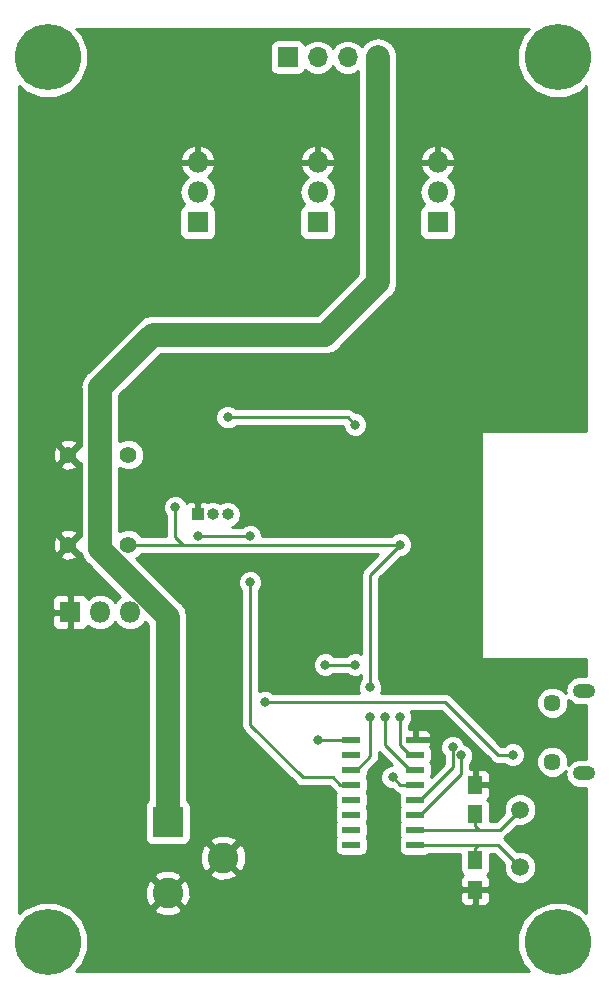
<source format=gbr>
G04 #@! TF.GenerationSoftware,KiCad,Pcbnew,(5.0.0-rc2-101-g68f6e3ad4)*
G04 #@! TF.CreationDate,2018-07-19T03:23:03+02:00*
G04 #@! TF.ProjectId,leddings,6C656464696E67732E6B696361645F70,rev?*
G04 #@! TF.SameCoordinates,Original*
G04 #@! TF.FileFunction,Copper,L2,Bot,Signal*
G04 #@! TF.FilePolarity,Positive*
%FSLAX46Y46*%
G04 Gerber Fmt 4.6, Leading zero omitted, Abs format (unit mm)*
G04 Created by KiCad (PCBNEW (5.0.0-rc2-101-g68f6e3ad4)) date Thu Jul 19 03:23:03 2018*
%MOMM*%
%LPD*%
G01*
G04 APERTURE LIST*
G04 #@! TA.AperFunction,SMDPad,CuDef*
%ADD10R,1.250000X1.500000*%
G04 #@! TD*
G04 #@! TA.AperFunction,ComponentPad*
%ADD11O,1.700000X1.700000*%
G04 #@! TD*
G04 #@! TA.AperFunction,ComponentPad*
%ADD12R,1.700000X1.700000*%
G04 #@! TD*
G04 #@! TA.AperFunction,ComponentPad*
%ADD13O,1.900000X1.200000*%
G04 #@! TD*
G04 #@! TA.AperFunction,ComponentPad*
%ADD14C,1.450000*%
G04 #@! TD*
G04 #@! TA.AperFunction,ComponentPad*
%ADD15C,5.600000*%
G04 #@! TD*
G04 #@! TA.AperFunction,ComponentPad*
%ADD16R,1.800000X1.800000*%
G04 #@! TD*
G04 #@! TA.AperFunction,ComponentPad*
%ADD17O,1.800000X1.800000*%
G04 #@! TD*
G04 #@! TA.AperFunction,ComponentPad*
%ADD18C,1.397000*%
G04 #@! TD*
G04 #@! TA.AperFunction,ComponentPad*
%ADD19O,1.000000X1.000000*%
G04 #@! TD*
G04 #@! TA.AperFunction,ComponentPad*
%ADD20R,1.000000X1.000000*%
G04 #@! TD*
G04 #@! TA.AperFunction,SMDPad,CuDef*
%ADD21R,1.500000X0.600000*%
G04 #@! TD*
G04 #@! TA.AperFunction,ComponentPad*
%ADD22C,1.500000*%
G04 #@! TD*
G04 #@! TA.AperFunction,ComponentPad*
%ADD23C,2.600000*%
G04 #@! TD*
G04 #@! TA.AperFunction,ComponentPad*
%ADD24R,2.600000X2.600000*%
G04 #@! TD*
G04 #@! TA.AperFunction,ViaPad*
%ADD25C,0.800000*%
G04 #@! TD*
G04 #@! TA.AperFunction,Conductor*
%ADD26C,2.000000*%
G04 #@! TD*
G04 #@! TA.AperFunction,Conductor*
%ADD27C,0.250000*%
G04 #@! TD*
G04 #@! TA.AperFunction,Conductor*
%ADD28C,0.254000*%
G04 #@! TD*
G04 APERTURE END LIST*
D10*
G04 #@! TO.P,C3,1*
G04 #@! TO.N,Net-(C3-Pad1)*
X168275000Y-93325000D03*
G04 #@! TO.P,C3,2*
G04 #@! TO.N,GND*
X168275000Y-90825000D03*
G04 #@! TD*
G04 #@! TO.P,C4,2*
G04 #@! TO.N,GND*
X168275000Y-99695000D03*
G04 #@! TO.P,C4,1*
G04 #@! TO.N,Net-(C4-Pad1)*
X168275000Y-97195000D03*
G04 #@! TD*
D11*
G04 #@! TO.P,J4,4*
G04 #@! TO.N,+12V*
X160020000Y-29210000D03*
G04 #@! TO.P,J4,3*
G04 #@! TO.N,/LED Driver/RedChannel*
X157480000Y-29210000D03*
G04 #@! TO.P,J4,2*
G04 #@! TO.N,/LED Driver/BlueChannel*
X154940000Y-29210000D03*
D12*
G04 #@! TO.P,J4,1*
G04 #@! TO.N,/LED Driver/GreenChannel*
X152400000Y-29210000D03*
G04 #@! TD*
D13*
G04 #@! TO.P,J5,6*
G04 #@! TO.N,N/C*
X177515000Y-82860000D03*
X177515000Y-89860000D03*
D14*
X174815000Y-83860000D03*
X174815000Y-88860000D03*
G04 #@! TD*
D15*
G04 #@! TO.P,MK1,1*
G04 #@! TO.N,N/C*
X175260000Y-29210000D03*
G04 #@! TD*
G04 #@! TO.P,MK2,1*
G04 #@! TO.N,N/C*
X132080000Y-104140000D03*
G04 #@! TD*
G04 #@! TO.P,MK3,1*
G04 #@! TO.N,N/C*
X132080000Y-29210000D03*
G04 #@! TD*
G04 #@! TO.P,MK4,1*
G04 #@! TO.N,N/C*
X175260000Y-104140000D03*
G04 #@! TD*
D16*
G04 #@! TO.P,Q1,1*
G04 #@! TO.N,Net-(Q1-Pad1)*
X165100000Y-43180000D03*
D17*
G04 #@! TO.P,Q1,2*
G04 #@! TO.N,/LED Driver/RedChannel*
X165100000Y-40640000D03*
G04 #@! TO.P,Q1,3*
G04 #@! TO.N,GND*
X165100000Y-38100000D03*
G04 #@! TD*
D16*
G04 #@! TO.P,Q2,1*
G04 #@! TO.N,Net-(Q2-Pad1)*
X154940000Y-43180000D03*
D17*
G04 #@! TO.P,Q2,2*
G04 #@! TO.N,/LED Driver/BlueChannel*
X154940000Y-40640000D03*
G04 #@! TO.P,Q2,3*
G04 #@! TO.N,GND*
X154940000Y-38100000D03*
G04 #@! TD*
G04 #@! TO.P,Q3,3*
G04 #@! TO.N,GND*
X144780000Y-38100000D03*
G04 #@! TO.P,Q3,2*
G04 #@! TO.N,/LED Driver/GreenChannel*
X144780000Y-40640000D03*
D16*
G04 #@! TO.P,Q3,1*
G04 #@! TO.N,Net-(Q3-Pad1)*
X144780000Y-43180000D03*
G04 #@! TD*
D18*
G04 #@! TO.P,SW1,2*
G04 #@! TO.N,/Controller/RESET*
X138927500Y-70485000D03*
G04 #@! TO.P,SW1,1*
G04 #@! TO.N,GND*
X133847500Y-70485000D03*
G04 #@! TO.P,SW1,2*
G04 #@! TO.N,/Controller/RESET*
X138927500Y-62865000D03*
G04 #@! TO.P,SW1,1*
G04 #@! TO.N,GND*
X133847500Y-62865000D03*
G04 #@! TD*
D19*
G04 #@! TO.P,SW2,3*
G04 #@! TO.N,VCC*
X147320000Y-67920238D03*
G04 #@! TO.P,SW2,2*
G04 #@! TO.N,/Controller/BOOT_SELECT*
X146050000Y-67920238D03*
D20*
G04 #@! TO.P,SW2,1*
G04 #@! TO.N,GND*
X144780000Y-67920238D03*
G04 #@! TD*
D17*
G04 #@! TO.P,U1,3*
G04 #@! TO.N,+12V*
X139065000Y-76200000D03*
G04 #@! TO.P,U1,2*
G04 #@! TO.N,VCC*
X136525000Y-76200000D03*
D16*
G04 #@! TO.P,U1,1*
G04 #@! TO.N,GND*
X133985000Y-76200000D03*
G04 #@! TD*
D21*
G04 #@! TO.P,U2,16*
G04 #@! TO.N,VCC*
X157795000Y-86995000D03*
G04 #@! TO.P,U2,15*
G04 #@! TO.N,Net-(U2-Pad15)*
X157795000Y-88265000D03*
G04 #@! TO.P,U2,14*
G04 #@! TO.N,/Controller/RESET*
X157795000Y-89535000D03*
G04 #@! TO.P,U2,13*
G04 #@! TO.N,/Controller/BOOT_SELECT*
X157795000Y-90805000D03*
G04 #@! TO.P,U2,12*
G04 #@! TO.N,Net-(U2-Pad12)*
X157795000Y-92075000D03*
G04 #@! TO.P,U2,11*
G04 #@! TO.N,Net-(U2-Pad11)*
X157795000Y-93345000D03*
G04 #@! TO.P,U2,10*
G04 #@! TO.N,Net-(U2-Pad10)*
X157795000Y-94615000D03*
G04 #@! TO.P,U2,9*
G04 #@! TO.N,Net-(U2-Pad9)*
X157795000Y-95885000D03*
G04 #@! TO.P,U2,8*
G04 #@! TO.N,Net-(C4-Pad1)*
X163195000Y-95885000D03*
G04 #@! TO.P,U2,7*
G04 #@! TO.N,Net-(C3-Pad1)*
X163195000Y-94615000D03*
G04 #@! TO.P,U2,6*
G04 #@! TO.N,Net-(J5-Pad2)*
X163195000Y-93345000D03*
G04 #@! TO.P,U2,5*
G04 #@! TO.N,Net-(J5-Pad3)*
X163195000Y-92075000D03*
G04 #@! TO.P,U2,4*
G04 #@! TO.N,VCC*
X163195000Y-90805000D03*
G04 #@! TO.P,U2,3*
G04 #@! TO.N,/USB UART Interface/RX*
X163195000Y-89535000D03*
G04 #@! TO.P,U2,2*
G04 #@! TO.N,/Controller/RX*
X163195000Y-88265000D03*
G04 #@! TO.P,U2,1*
G04 #@! TO.N,GND*
X163195000Y-86995000D03*
G04 #@! TD*
D22*
G04 #@! TO.P,Y1,2*
G04 #@! TO.N,Net-(C4-Pad1)*
X172085000Y-97790000D03*
G04 #@! TO.P,Y1,1*
G04 #@! TO.N,Net-(C3-Pad1)*
X172085000Y-92910000D03*
G04 #@! TD*
D23*
G04 #@! TO.P,J6,3*
G04 #@! TO.N,GND*
X146940000Y-96980000D03*
G04 #@! TO.P,J6,2*
X142240000Y-99980000D03*
D24*
G04 #@! TO.P,J6,1*
G04 #@! TO.N,+12V*
X142240000Y-93980000D03*
G04 #@! TD*
D25*
G04 #@! TO.N,GND*
X168910000Y-88900000D03*
G04 #@! TO.N,VCC*
X144780000Y-69760000D03*
X149225000Y-69760000D03*
X154940000Y-86995000D03*
X161290000Y-90170000D03*
G04 #@! TO.N,VBUS*
X171450000Y-88265000D03*
X150495000Y-83820000D03*
G04 #@! TO.N,/Controller/GREEN*
X158115000Y-60325000D03*
X147320000Y-59690000D03*
G04 #@! TO.N,Net-(J5-Pad3)*
X166370000Y-87630000D03*
G04 #@! TO.N,Net-(J5-Pad2)*
X167095000Y-88337108D03*
G04 #@! TO.N,/Controller/RESET*
X161925000Y-70485000D03*
X142875000Y-67310000D03*
X159385000Y-85090000D03*
X159385000Y-82550000D03*
G04 #@! TO.N,/Controller/BOOT_SELECT*
X149225000Y-73660000D03*
G04 #@! TO.N,/USB UART Interface/RX*
X160655000Y-85090000D03*
G04 #@! TO.N,/Controller/RX*
X161925000Y-85090000D03*
X158115000Y-80645000D03*
X155575000Y-80645000D03*
G04 #@! TD*
D26*
G04 #@! TO.N,+12V*
X142240000Y-76607282D02*
X136525000Y-70892282D01*
X142240000Y-88265000D02*
X142240000Y-76607282D01*
X136525000Y-70892282D02*
X136525000Y-57150000D01*
X140970000Y-52705000D02*
X155575000Y-52705000D01*
X160020000Y-48260000D02*
X160020000Y-29210000D01*
X136525000Y-57150000D02*
X140970000Y-52705000D01*
X155575000Y-52705000D02*
X160020000Y-48260000D01*
X142240000Y-88265000D02*
X142240000Y-93980000D01*
D27*
G04 #@! TO.N,GND*
X168275000Y-90825000D02*
X168275000Y-89535000D01*
X168275000Y-89535000D02*
X168910000Y-88900000D01*
G04 #@! TO.N,VCC*
X144780000Y-69760000D02*
X149225000Y-69760000D01*
X154940000Y-86995000D02*
X157795000Y-86995000D01*
X161290000Y-90170000D02*
X161925000Y-90805000D01*
X161925000Y-90805000D02*
X163195000Y-90805000D01*
G04 #@! TO.N,Net-(C3-Pad1)*
X170380000Y-94615000D02*
X172085000Y-92910000D01*
X163195000Y-94615000D02*
X168910000Y-94615000D01*
X168565000Y-94615000D02*
X168910000Y-94615000D01*
X168275000Y-94325000D02*
X168565000Y-94615000D01*
X168275000Y-93325000D02*
X168275000Y-94325000D01*
X168910000Y-94615000D02*
X170380000Y-94615000D01*
G04 #@! TO.N,Net-(C4-Pad1)*
X170180000Y-95885000D02*
X172085000Y-97790000D01*
X163195000Y-95885000D02*
X170180000Y-95885000D01*
X171490000Y-97195000D02*
X172085000Y-97790000D01*
X168275000Y-96195000D02*
X168585000Y-95885000D01*
X168275000Y-97195000D02*
X168275000Y-96195000D01*
X168585000Y-95885000D02*
X168910000Y-95885000D01*
G04 #@! TO.N,VBUS*
X171450000Y-88265000D02*
X170180000Y-88265000D01*
X170180000Y-88265000D02*
X167005000Y-85090000D01*
X167005000Y-85090000D02*
X165735000Y-83820000D01*
X165735000Y-83820000D02*
X150495000Y-83820000D01*
G04 #@! TO.N,/Controller/GREEN*
X158115000Y-60325000D02*
X157480000Y-59690000D01*
X157480000Y-59690000D02*
X147320000Y-59690000D01*
G04 #@! TO.N,Net-(J5-Pad3)*
X166370000Y-89265002D02*
X166370000Y-87630000D01*
X166370000Y-89350000D02*
X166370000Y-89265002D01*
X163195000Y-92075000D02*
X163645000Y-92075000D01*
X163645000Y-92075000D02*
X166370000Y-89350000D01*
G04 #@! TO.N,Net-(J5-Pad2)*
X167095000Y-89895000D02*
X167095000Y-88337108D01*
X163195000Y-93345000D02*
X163645000Y-93345000D01*
X163645000Y-93345000D02*
X167095000Y-89895000D01*
G04 #@! TO.N,/Controller/RESET*
X142875000Y-69850000D02*
X143510000Y-70485000D01*
X161925000Y-70485000D02*
X143510000Y-70485000D01*
X142875000Y-67310000D02*
X142875000Y-69850000D01*
X143510000Y-70485000D02*
X138927500Y-70485000D01*
X159385000Y-88310002D02*
X159385000Y-85090000D01*
X159385000Y-88395000D02*
X159385000Y-88310002D01*
X157795000Y-89535000D02*
X158245000Y-89535000D01*
X158245000Y-89535000D02*
X159385000Y-88395000D01*
X159385000Y-73025000D02*
X161925000Y-70485000D01*
X159385000Y-82550000D02*
X159385000Y-73025000D01*
G04 #@! TO.N,/Controller/BOOT_SELECT*
X157795000Y-90805000D02*
X157345000Y-90805000D01*
X157345000Y-90805000D02*
X156845000Y-90805000D01*
X156845000Y-90805000D02*
X156210000Y-90170000D01*
X153670000Y-90170000D02*
X149225000Y-85725000D01*
X156210000Y-90170000D02*
X153670000Y-90170000D01*
X149225000Y-85725000D02*
X149225000Y-73660000D01*
G04 #@! TO.N,/USB UART Interface/RX*
X160655000Y-87360002D02*
X160655000Y-85090000D01*
X160655000Y-87445000D02*
X160655000Y-87360002D01*
X163195000Y-89535000D02*
X162745000Y-89535000D01*
X162745000Y-89535000D02*
X160655000Y-87445000D01*
G04 #@! TO.N,/Controller/RX*
X162745000Y-88265000D02*
X161925000Y-87445000D01*
X163195000Y-88265000D02*
X162745000Y-88265000D01*
X161925000Y-87445000D02*
X161925000Y-85090000D01*
X158115000Y-80645000D02*
X155575000Y-80645000D01*
G04 #@! TD*
D28*
G04 #@! TO.N,GND*
G36*
X172347947Y-27264229D02*
X171825000Y-28526736D01*
X171825000Y-29893264D01*
X172347947Y-31155771D01*
X173314229Y-32122053D01*
X174576736Y-32645000D01*
X175943264Y-32645000D01*
X177205771Y-32122053D01*
X177673000Y-31654824D01*
X177673000Y-60833000D01*
X168910000Y-60833000D01*
X168861399Y-60842667D01*
X168820197Y-60870197D01*
X168792667Y-60911399D01*
X168783000Y-60960000D01*
X168783000Y-80010000D01*
X168792667Y-80058601D01*
X168820197Y-80099803D01*
X168861399Y-80127333D01*
X168910000Y-80137000D01*
X177673000Y-80137000D01*
X177673000Y-81625000D01*
X177043364Y-81625000D01*
X176683127Y-81696656D01*
X176274615Y-81969615D01*
X176001656Y-82378127D01*
X175905805Y-82860000D01*
X175947390Y-83069060D01*
X175585378Y-82707048D01*
X175085521Y-82500000D01*
X174544479Y-82500000D01*
X174044622Y-82707048D01*
X173662048Y-83089622D01*
X173455000Y-83589479D01*
X173455000Y-84130521D01*
X173662048Y-84630378D01*
X174044622Y-85012952D01*
X174544479Y-85220000D01*
X175085521Y-85220000D01*
X175585378Y-85012952D01*
X175967952Y-84630378D01*
X176175000Y-84130521D01*
X176175000Y-83601301D01*
X176274615Y-83750385D01*
X176683127Y-84023344D01*
X177043364Y-84095000D01*
X177673000Y-84095000D01*
X177673000Y-88625000D01*
X177043364Y-88625000D01*
X176683127Y-88696656D01*
X176274615Y-88969615D01*
X176175000Y-89118699D01*
X176175000Y-88589479D01*
X175967952Y-88089622D01*
X175585378Y-87707048D01*
X175085521Y-87500000D01*
X174544479Y-87500000D01*
X174044622Y-87707048D01*
X173662048Y-88089622D01*
X173455000Y-88589479D01*
X173455000Y-89130521D01*
X173662048Y-89630378D01*
X174044622Y-90012952D01*
X174544479Y-90220000D01*
X175085521Y-90220000D01*
X175585378Y-90012952D01*
X175947390Y-89650940D01*
X175905805Y-89860000D01*
X176001656Y-90341873D01*
X176274615Y-90750385D01*
X176683127Y-91023344D01*
X177043364Y-91095000D01*
X177673000Y-91095000D01*
X177673000Y-101695176D01*
X177205771Y-101227947D01*
X175943264Y-100705000D01*
X174576736Y-100705000D01*
X173314229Y-101227947D01*
X172347947Y-102194229D01*
X171825000Y-103456736D01*
X171825000Y-104823264D01*
X172347947Y-106085771D01*
X172815176Y-106553000D01*
X134524824Y-106553000D01*
X134992053Y-106085771D01*
X135515000Y-104823264D01*
X135515000Y-103456736D01*
X134992053Y-102194229D01*
X134147283Y-101349459D01*
X141050146Y-101349459D01*
X141185504Y-101647455D01*
X141903880Y-101924066D01*
X142673427Y-101904710D01*
X143294496Y-101647455D01*
X143429854Y-101349459D01*
X142240000Y-100159605D01*
X141050146Y-101349459D01*
X134147283Y-101349459D01*
X134025771Y-101227947D01*
X132763264Y-100705000D01*
X131396736Y-100705000D01*
X130134229Y-101227947D01*
X129667000Y-101695176D01*
X129667000Y-99643880D01*
X140295934Y-99643880D01*
X140315290Y-100413427D01*
X140572545Y-101034496D01*
X140870541Y-101169854D01*
X142060395Y-99980000D01*
X142419605Y-99980000D01*
X143609459Y-101169854D01*
X143907455Y-101034496D01*
X144184066Y-100316120D01*
X144175631Y-99980750D01*
X167015000Y-99980750D01*
X167015000Y-100571309D01*
X167111673Y-100804698D01*
X167290301Y-100983327D01*
X167523690Y-101080000D01*
X167989250Y-101080000D01*
X168148000Y-100921250D01*
X168148000Y-99822000D01*
X168402000Y-99822000D01*
X168402000Y-100921250D01*
X168560750Y-101080000D01*
X169026310Y-101080000D01*
X169259699Y-100983327D01*
X169438327Y-100804698D01*
X169535000Y-100571309D01*
X169535000Y-99980750D01*
X169376250Y-99822000D01*
X168402000Y-99822000D01*
X168148000Y-99822000D01*
X167173750Y-99822000D01*
X167015000Y-99980750D01*
X144175631Y-99980750D01*
X144164710Y-99546573D01*
X143907455Y-98925504D01*
X143609459Y-98790146D01*
X142419605Y-99980000D01*
X142060395Y-99980000D01*
X140870541Y-98790146D01*
X140572545Y-98925504D01*
X140295934Y-99643880D01*
X129667000Y-99643880D01*
X129667000Y-98610541D01*
X141050146Y-98610541D01*
X142240000Y-99800395D01*
X143429854Y-98610541D01*
X143311264Y-98349459D01*
X145750146Y-98349459D01*
X145885504Y-98647455D01*
X146603880Y-98924066D01*
X147373427Y-98904710D01*
X147994496Y-98647455D01*
X148129854Y-98349459D01*
X146940000Y-97159605D01*
X145750146Y-98349459D01*
X143311264Y-98349459D01*
X143294496Y-98312545D01*
X142576120Y-98035934D01*
X141806573Y-98055290D01*
X141185504Y-98312545D01*
X141050146Y-98610541D01*
X129667000Y-98610541D01*
X129667000Y-96643880D01*
X144995934Y-96643880D01*
X145015290Y-97413427D01*
X145272545Y-98034496D01*
X145570541Y-98169854D01*
X146760395Y-96980000D01*
X147119605Y-96980000D01*
X148309459Y-98169854D01*
X148607455Y-98034496D01*
X148884066Y-97316120D01*
X148864710Y-96546573D01*
X148607455Y-95925504D01*
X148309459Y-95790146D01*
X147119605Y-96980000D01*
X146760395Y-96980000D01*
X145570541Y-95790146D01*
X145272545Y-95925504D01*
X144995934Y-96643880D01*
X129667000Y-96643880D01*
X129667000Y-76485750D01*
X132450000Y-76485750D01*
X132450000Y-77226310D01*
X132546673Y-77459699D01*
X132725302Y-77638327D01*
X132958691Y-77735000D01*
X133699250Y-77735000D01*
X133858000Y-77576250D01*
X133858000Y-76327000D01*
X132608750Y-76327000D01*
X132450000Y-76485750D01*
X129667000Y-76485750D01*
X129667000Y-75173690D01*
X132450000Y-75173690D01*
X132450000Y-75914250D01*
X132608750Y-76073000D01*
X133858000Y-76073000D01*
X133858000Y-74823750D01*
X133699250Y-74665000D01*
X132958691Y-74665000D01*
X132725302Y-74761673D01*
X132546673Y-74940301D01*
X132450000Y-75173690D01*
X129667000Y-75173690D01*
X129667000Y-71419188D01*
X133092917Y-71419188D01*
X133154571Y-71654800D01*
X133654980Y-71830927D01*
X134184699Y-71802148D01*
X134540429Y-71654800D01*
X134602083Y-71419188D01*
X133847500Y-70664605D01*
X133092917Y-71419188D01*
X129667000Y-71419188D01*
X129667000Y-70292480D01*
X132501573Y-70292480D01*
X132530352Y-70822199D01*
X132677700Y-71177929D01*
X132913312Y-71239583D01*
X133667895Y-70485000D01*
X132913312Y-69730417D01*
X132677700Y-69792071D01*
X132501573Y-70292480D01*
X129667000Y-70292480D01*
X129667000Y-69550812D01*
X133092917Y-69550812D01*
X133847500Y-70305395D01*
X134602083Y-69550812D01*
X134540429Y-69315200D01*
X134040020Y-69139073D01*
X133510301Y-69167852D01*
X133154571Y-69315200D01*
X133092917Y-69550812D01*
X129667000Y-69550812D01*
X129667000Y-63799188D01*
X133092917Y-63799188D01*
X133154571Y-64034800D01*
X133654980Y-64210927D01*
X134184699Y-64182148D01*
X134540429Y-64034800D01*
X134602083Y-63799188D01*
X133847500Y-63044605D01*
X133092917Y-63799188D01*
X129667000Y-63799188D01*
X129667000Y-62672480D01*
X132501573Y-62672480D01*
X132530352Y-63202199D01*
X132677700Y-63557929D01*
X132913312Y-63619583D01*
X133667895Y-62865000D01*
X134027105Y-62865000D01*
X134781688Y-63619583D01*
X134890001Y-63591240D01*
X134890000Y-69758760D01*
X134781688Y-69730417D01*
X134027105Y-70485000D01*
X134781688Y-71239583D01*
X134919860Y-71203427D01*
X134984864Y-71530226D01*
X135346231Y-72071051D01*
X135482750Y-72162270D01*
X138231367Y-74910888D01*
X137958327Y-75093327D01*
X137795000Y-75337763D01*
X137631673Y-75093327D01*
X137123927Y-74754062D01*
X136676182Y-74665000D01*
X136373818Y-74665000D01*
X135926073Y-74754062D01*
X135471888Y-75057538D01*
X135423327Y-74940301D01*
X135244698Y-74761673D01*
X135011309Y-74665000D01*
X134270750Y-74665000D01*
X134112000Y-74823750D01*
X134112000Y-76073000D01*
X134132000Y-76073000D01*
X134132000Y-76327000D01*
X134112000Y-76327000D01*
X134112000Y-77576250D01*
X134270750Y-77735000D01*
X135011309Y-77735000D01*
X135244698Y-77638327D01*
X135423327Y-77459699D01*
X135471888Y-77342462D01*
X135926073Y-77645938D01*
X136373818Y-77735000D01*
X136676182Y-77735000D01*
X137123927Y-77645938D01*
X137631673Y-77306673D01*
X137795000Y-77062237D01*
X137958327Y-77306673D01*
X138466073Y-77645938D01*
X138913818Y-77735000D01*
X139216182Y-77735000D01*
X139663927Y-77645938D01*
X140171673Y-77306673D01*
X140354112Y-77033634D01*
X140605001Y-77284523D01*
X140605000Y-88103969D01*
X140605000Y-88103970D01*
X140605001Y-92140132D01*
X140482191Y-92222191D01*
X140341843Y-92432235D01*
X140292560Y-92680000D01*
X140292560Y-95280000D01*
X140341843Y-95527765D01*
X140482191Y-95737809D01*
X140692235Y-95878157D01*
X140940000Y-95927440D01*
X143540000Y-95927440D01*
X143787765Y-95878157D01*
X143997809Y-95737809D01*
X144082847Y-95610541D01*
X145750146Y-95610541D01*
X146940000Y-96800395D01*
X148129854Y-95610541D01*
X147994496Y-95312545D01*
X147276120Y-95035934D01*
X146506573Y-95055290D01*
X145885504Y-95312545D01*
X145750146Y-95610541D01*
X144082847Y-95610541D01*
X144138157Y-95527765D01*
X144187440Y-95280000D01*
X144187440Y-92680000D01*
X144138157Y-92432235D01*
X143997809Y-92222191D01*
X143875000Y-92140132D01*
X143875000Y-76768313D01*
X143907031Y-76607282D01*
X143780136Y-75969336D01*
X143509986Y-75565028D01*
X143509984Y-75565026D01*
X143418769Y-75428513D01*
X143282256Y-75337298D01*
X139596301Y-71651344D01*
X139682867Y-71615487D01*
X140053354Y-71245000D01*
X143435152Y-71245000D01*
X143510000Y-71259888D01*
X143584848Y-71245000D01*
X160090198Y-71245000D01*
X158900528Y-72434671D01*
X158837072Y-72477071D01*
X158794672Y-72540527D01*
X158794671Y-72540528D01*
X158669097Y-72728463D01*
X158610112Y-73025000D01*
X158625001Y-73099852D01*
X158625000Y-79735973D01*
X158320874Y-79610000D01*
X157909126Y-79610000D01*
X157528720Y-79767569D01*
X157411289Y-79885000D01*
X156278711Y-79885000D01*
X156161280Y-79767569D01*
X155780874Y-79610000D01*
X155369126Y-79610000D01*
X154988720Y-79767569D01*
X154697569Y-80058720D01*
X154540000Y-80439126D01*
X154540000Y-80850874D01*
X154697569Y-81231280D01*
X154988720Y-81522431D01*
X155369126Y-81680000D01*
X155780874Y-81680000D01*
X156161280Y-81522431D01*
X156278711Y-81405000D01*
X157411289Y-81405000D01*
X157528720Y-81522431D01*
X157909126Y-81680000D01*
X158320874Y-81680000D01*
X158625000Y-81554027D01*
X158625000Y-81846289D01*
X158507569Y-81963720D01*
X158350000Y-82344126D01*
X158350000Y-82755874D01*
X158475973Y-83060000D01*
X151198711Y-83060000D01*
X151081280Y-82942569D01*
X150700874Y-82785000D01*
X150289126Y-82785000D01*
X149985000Y-82910973D01*
X149985000Y-74363711D01*
X150102431Y-74246280D01*
X150260000Y-73865874D01*
X150260000Y-73454126D01*
X150102431Y-73073720D01*
X149811280Y-72782569D01*
X149430874Y-72625000D01*
X149019126Y-72625000D01*
X148638720Y-72782569D01*
X148347569Y-73073720D01*
X148190000Y-73454126D01*
X148190000Y-73865874D01*
X148347569Y-74246280D01*
X148465001Y-74363712D01*
X148465000Y-85650153D01*
X148450112Y-85725000D01*
X148465000Y-85799847D01*
X148465000Y-85799851D01*
X148509096Y-86021536D01*
X148677071Y-86272929D01*
X148740530Y-86315331D01*
X153079670Y-90654472D01*
X153122071Y-90717929D01*
X153373463Y-90885904D01*
X153595148Y-90930000D01*
X153595152Y-90930000D01*
X153669999Y-90944888D01*
X153744846Y-90930000D01*
X155895199Y-90930000D01*
X156254671Y-91289473D01*
X156297071Y-91352929D01*
X156481134Y-91475916D01*
X156446843Y-91527235D01*
X156397560Y-91775000D01*
X156397560Y-92375000D01*
X156446843Y-92622765D01*
X156505132Y-92710000D01*
X156446843Y-92797235D01*
X156397560Y-93045000D01*
X156397560Y-93645000D01*
X156446843Y-93892765D01*
X156505132Y-93980000D01*
X156446843Y-94067235D01*
X156397560Y-94315000D01*
X156397560Y-94915000D01*
X156446843Y-95162765D01*
X156505132Y-95250000D01*
X156446843Y-95337235D01*
X156397560Y-95585000D01*
X156397560Y-96185000D01*
X156446843Y-96432765D01*
X156587191Y-96642809D01*
X156797235Y-96783157D01*
X157045000Y-96832440D01*
X158545000Y-96832440D01*
X158792765Y-96783157D01*
X159002809Y-96642809D01*
X159143157Y-96432765D01*
X159192440Y-96185000D01*
X159192440Y-95585000D01*
X159143157Y-95337235D01*
X159084868Y-95250000D01*
X159143157Y-95162765D01*
X159192440Y-94915000D01*
X159192440Y-94315000D01*
X159143157Y-94067235D01*
X159084868Y-93980000D01*
X159143157Y-93892765D01*
X159192440Y-93645000D01*
X159192440Y-93045000D01*
X159143157Y-92797235D01*
X159084868Y-92710000D01*
X159143157Y-92622765D01*
X159192440Y-92375000D01*
X159192440Y-91775000D01*
X159143157Y-91527235D01*
X159084868Y-91440000D01*
X159143157Y-91352765D01*
X159192440Y-91105000D01*
X159192440Y-90505000D01*
X159143157Y-90257235D01*
X159084868Y-90170000D01*
X159143157Y-90082765D01*
X159192440Y-89835000D01*
X159192440Y-89662362D01*
X159869476Y-88985327D01*
X159932929Y-88942929D01*
X159975327Y-88879476D01*
X159975329Y-88879474D01*
X160083841Y-88717073D01*
X160100904Y-88691537D01*
X160145000Y-88469852D01*
X160145000Y-88469848D01*
X160159888Y-88395001D01*
X160145000Y-88320154D01*
X160145000Y-88018272D01*
X160170530Y-88035331D01*
X161270198Y-89135000D01*
X161084126Y-89135000D01*
X160703720Y-89292569D01*
X160412569Y-89583720D01*
X160255000Y-89964126D01*
X160255000Y-90375874D01*
X160412569Y-90756280D01*
X160703720Y-91047431D01*
X161084126Y-91205000D01*
X161250198Y-91205000D01*
X161334671Y-91289473D01*
X161377071Y-91352929D01*
X161628463Y-91520904D01*
X161839743Y-91562930D01*
X161797560Y-91775000D01*
X161797560Y-92375000D01*
X161846843Y-92622765D01*
X161905132Y-92710000D01*
X161846843Y-92797235D01*
X161797560Y-93045000D01*
X161797560Y-93645000D01*
X161846843Y-93892765D01*
X161905132Y-93980000D01*
X161846843Y-94067235D01*
X161797560Y-94315000D01*
X161797560Y-94915000D01*
X161846843Y-95162765D01*
X161905132Y-95250000D01*
X161846843Y-95337235D01*
X161797560Y-95585000D01*
X161797560Y-96185000D01*
X161846843Y-96432765D01*
X161987191Y-96642809D01*
X162197235Y-96783157D01*
X162445000Y-96832440D01*
X163945000Y-96832440D01*
X164192765Y-96783157D01*
X164399530Y-96645000D01*
X167002560Y-96645000D01*
X167002560Y-97945000D01*
X167051843Y-98192765D01*
X167192191Y-98402809D01*
X167253320Y-98443654D01*
X167111673Y-98585302D01*
X167015000Y-98818691D01*
X167015000Y-99409250D01*
X167173750Y-99568000D01*
X168148000Y-99568000D01*
X168148000Y-99548000D01*
X168402000Y-99548000D01*
X168402000Y-99568000D01*
X169376250Y-99568000D01*
X169535000Y-99409250D01*
X169535000Y-98818691D01*
X169438327Y-98585302D01*
X169296680Y-98443654D01*
X169357809Y-98402809D01*
X169498157Y-98192765D01*
X169547440Y-97945000D01*
X169547440Y-96645000D01*
X169865199Y-96645000D01*
X170710165Y-97489966D01*
X170700000Y-97514506D01*
X170700000Y-98065494D01*
X170910853Y-98574540D01*
X171300460Y-98964147D01*
X171809506Y-99175000D01*
X172360494Y-99175000D01*
X172869540Y-98964147D01*
X173259147Y-98574540D01*
X173470000Y-98065494D01*
X173470000Y-97514506D01*
X173259147Y-97005460D01*
X172869540Y-96615853D01*
X172360494Y-96405000D01*
X171809506Y-96405000D01*
X171784966Y-96415165D01*
X170770331Y-95400530D01*
X170727929Y-95337071D01*
X170697618Y-95316818D01*
X170927929Y-95162929D01*
X170970331Y-95099470D01*
X171784966Y-94284835D01*
X171809506Y-94295000D01*
X172360494Y-94295000D01*
X172869540Y-94084147D01*
X173259147Y-93694540D01*
X173470000Y-93185494D01*
X173470000Y-92634506D01*
X173259147Y-92125460D01*
X172869540Y-91735853D01*
X172360494Y-91525000D01*
X171809506Y-91525000D01*
X171300460Y-91735853D01*
X170910853Y-92125460D01*
X170700000Y-92634506D01*
X170700000Y-93185494D01*
X170710165Y-93210034D01*
X170065199Y-93855000D01*
X169547440Y-93855000D01*
X169547440Y-92575000D01*
X169498157Y-92327235D01*
X169357809Y-92117191D01*
X169296680Y-92076346D01*
X169438327Y-91934698D01*
X169535000Y-91701309D01*
X169535000Y-91110750D01*
X169376250Y-90952000D01*
X168402000Y-90952000D01*
X168402000Y-90972000D01*
X168148000Y-90972000D01*
X168148000Y-90952000D01*
X168128000Y-90952000D01*
X168128000Y-90698000D01*
X168148000Y-90698000D01*
X168148000Y-89598750D01*
X168402000Y-89598750D01*
X168402000Y-90698000D01*
X169376250Y-90698000D01*
X169535000Y-90539250D01*
X169535000Y-89948691D01*
X169438327Y-89715302D01*
X169259699Y-89536673D01*
X169026310Y-89440000D01*
X168560750Y-89440000D01*
X168402000Y-89598750D01*
X168148000Y-89598750D01*
X167989250Y-89440000D01*
X167855000Y-89440000D01*
X167855000Y-89040819D01*
X167972431Y-88923388D01*
X168130000Y-88542982D01*
X168130000Y-88131234D01*
X167972431Y-87750828D01*
X167681280Y-87459677D01*
X167365556Y-87328900D01*
X167247431Y-87043720D01*
X166956280Y-86752569D01*
X166575874Y-86595000D01*
X166164126Y-86595000D01*
X165783720Y-86752569D01*
X165492569Y-87043720D01*
X165335000Y-87424126D01*
X165335000Y-87835874D01*
X165492569Y-88216280D01*
X165610001Y-88333712D01*
X165610000Y-89035198D01*
X164504340Y-90140859D01*
X164543157Y-90082765D01*
X164592440Y-89835000D01*
X164592440Y-89235000D01*
X164543157Y-88987235D01*
X164484868Y-88900000D01*
X164543157Y-88812765D01*
X164592440Y-88565000D01*
X164592440Y-87965000D01*
X164543157Y-87717235D01*
X164490232Y-87638028D01*
X164580000Y-87421310D01*
X164580000Y-87280750D01*
X164421250Y-87122000D01*
X163322000Y-87122000D01*
X163322000Y-87142000D01*
X163068000Y-87142000D01*
X163068000Y-87122000D01*
X163048000Y-87122000D01*
X163048000Y-86868000D01*
X163068000Y-86868000D01*
X163068000Y-86218750D01*
X163322000Y-86218750D01*
X163322000Y-86868000D01*
X164421250Y-86868000D01*
X164580000Y-86709250D01*
X164580000Y-86568690D01*
X164483327Y-86335301D01*
X164304698Y-86156673D01*
X164071309Y-86060000D01*
X163480750Y-86060000D01*
X163322000Y-86218750D01*
X163068000Y-86218750D01*
X162909250Y-86060000D01*
X162685000Y-86060000D01*
X162685000Y-85793711D01*
X162802431Y-85676280D01*
X162960000Y-85295874D01*
X162960000Y-84884126D01*
X162834027Y-84580000D01*
X165420199Y-84580000D01*
X166520527Y-85680329D01*
X166520530Y-85680331D01*
X169589671Y-88749473D01*
X169632071Y-88812929D01*
X169883463Y-88980904D01*
X170105148Y-89025000D01*
X170105152Y-89025000D01*
X170179999Y-89039888D01*
X170254846Y-89025000D01*
X170746289Y-89025000D01*
X170863720Y-89142431D01*
X171244126Y-89300000D01*
X171655874Y-89300000D01*
X172036280Y-89142431D01*
X172327431Y-88851280D01*
X172485000Y-88470874D01*
X172485000Y-88059126D01*
X172327431Y-87678720D01*
X172036280Y-87387569D01*
X171655874Y-87230000D01*
X171244126Y-87230000D01*
X170863720Y-87387569D01*
X170746289Y-87505000D01*
X170494802Y-87505000D01*
X167595331Y-84605530D01*
X167595329Y-84605527D01*
X166325331Y-83335530D01*
X166282929Y-83272071D01*
X166031537Y-83104096D01*
X165809852Y-83060000D01*
X165809847Y-83060000D01*
X165735000Y-83045112D01*
X165660153Y-83060000D01*
X160294027Y-83060000D01*
X160420000Y-82755874D01*
X160420000Y-82344126D01*
X160262431Y-81963720D01*
X160145000Y-81846289D01*
X160145000Y-73339801D01*
X161964803Y-71520000D01*
X162130874Y-71520000D01*
X162511280Y-71362431D01*
X162802431Y-71071280D01*
X162960000Y-70690874D01*
X162960000Y-70279126D01*
X162802431Y-69898720D01*
X162511280Y-69607569D01*
X162130874Y-69450000D01*
X161719126Y-69450000D01*
X161338720Y-69607569D01*
X161221289Y-69725000D01*
X150260000Y-69725000D01*
X150260000Y-69554126D01*
X150102431Y-69173720D01*
X149811280Y-68882569D01*
X149430874Y-68725000D01*
X149019126Y-68725000D01*
X148638720Y-68882569D01*
X148521289Y-69000000D01*
X147709485Y-69000000D01*
X147762855Y-68989384D01*
X148138289Y-68738527D01*
X148389146Y-68363093D01*
X148477235Y-67920238D01*
X148389146Y-67477383D01*
X148138289Y-67101949D01*
X147762855Y-66851092D01*
X147431783Y-66785238D01*
X147208217Y-66785238D01*
X146877145Y-66851092D01*
X146685000Y-66979479D01*
X146492855Y-66851092D01*
X146161783Y-66785238D01*
X145938217Y-66785238D01*
X145607145Y-66851092D01*
X145591130Y-66861793D01*
X145406310Y-66785238D01*
X145065750Y-66785238D01*
X144907000Y-66943988D01*
X144907000Y-67793238D01*
X144918027Y-67793238D01*
X144892765Y-67920238D01*
X144918027Y-68047238D01*
X144907000Y-68047238D01*
X144907000Y-68067238D01*
X144653000Y-68067238D01*
X144653000Y-68047238D01*
X144633000Y-68047238D01*
X144633000Y-67793238D01*
X144653000Y-67793238D01*
X144653000Y-66943988D01*
X144494250Y-66785238D01*
X144153690Y-66785238D01*
X143920301Y-66881911D01*
X143847932Y-66954280D01*
X143752431Y-66723720D01*
X143461280Y-66432569D01*
X143080874Y-66275000D01*
X142669126Y-66275000D01*
X142288720Y-66432569D01*
X141997569Y-66723720D01*
X141840000Y-67104126D01*
X141840000Y-67515874D01*
X141997569Y-67896280D01*
X142115000Y-68013711D01*
X142115001Y-69725000D01*
X140053354Y-69725000D01*
X139682867Y-69354513D01*
X139192750Y-69151500D01*
X138662250Y-69151500D01*
X138172133Y-69354513D01*
X138160000Y-69366646D01*
X138160000Y-63983354D01*
X138172133Y-63995487D01*
X138662250Y-64198500D01*
X139192750Y-64198500D01*
X139682867Y-63995487D01*
X140057987Y-63620367D01*
X140261000Y-63130250D01*
X140261000Y-62599750D01*
X140057987Y-62109633D01*
X139682867Y-61734513D01*
X139192750Y-61531500D01*
X138662250Y-61531500D01*
X138172133Y-61734513D01*
X138160000Y-61746646D01*
X138160000Y-59484126D01*
X146285000Y-59484126D01*
X146285000Y-59895874D01*
X146442569Y-60276280D01*
X146733720Y-60567431D01*
X147114126Y-60725000D01*
X147525874Y-60725000D01*
X147906280Y-60567431D01*
X148023711Y-60450000D01*
X157080000Y-60450000D01*
X157080000Y-60530874D01*
X157237569Y-60911280D01*
X157528720Y-61202431D01*
X157909126Y-61360000D01*
X158320874Y-61360000D01*
X158701280Y-61202431D01*
X158992431Y-60911280D01*
X159150000Y-60530874D01*
X159150000Y-60119126D01*
X158992431Y-59738720D01*
X158701280Y-59447569D01*
X158320874Y-59290000D01*
X158154801Y-59290000D01*
X158070331Y-59205530D01*
X158027929Y-59142071D01*
X157776537Y-58974096D01*
X157554852Y-58930000D01*
X157554847Y-58930000D01*
X157480000Y-58915112D01*
X157405153Y-58930000D01*
X148023711Y-58930000D01*
X147906280Y-58812569D01*
X147525874Y-58655000D01*
X147114126Y-58655000D01*
X146733720Y-58812569D01*
X146442569Y-59103720D01*
X146285000Y-59484126D01*
X138160000Y-59484126D01*
X138160000Y-57827238D01*
X141647239Y-54340000D01*
X155413970Y-54340000D01*
X155575000Y-54372031D01*
X155736030Y-54340000D01*
X155736031Y-54340000D01*
X156212945Y-54245136D01*
X156753769Y-53883769D01*
X156844988Y-53747250D01*
X161062253Y-49529986D01*
X161198769Y-49438769D01*
X161560136Y-48897945D01*
X161655000Y-48421031D01*
X161655000Y-48421027D01*
X161687030Y-48260001D01*
X161655000Y-48098975D01*
X161655000Y-40640000D01*
X163534928Y-40640000D01*
X163654062Y-41238927D01*
X163950696Y-41682871D01*
X163742191Y-41822191D01*
X163601843Y-42032235D01*
X163552560Y-42280000D01*
X163552560Y-44080000D01*
X163601843Y-44327765D01*
X163742191Y-44537809D01*
X163952235Y-44678157D01*
X164200000Y-44727440D01*
X166000000Y-44727440D01*
X166247765Y-44678157D01*
X166457809Y-44537809D01*
X166598157Y-44327765D01*
X166647440Y-44080000D01*
X166647440Y-42280000D01*
X166598157Y-42032235D01*
X166457809Y-41822191D01*
X166249304Y-41682871D01*
X166545938Y-41238927D01*
X166665072Y-40640000D01*
X166545938Y-40041073D01*
X166206673Y-39533327D01*
X165950826Y-39362376D01*
X166337966Y-39007576D01*
X166591046Y-38464742D01*
X166470997Y-38227000D01*
X165227000Y-38227000D01*
X165227000Y-38247000D01*
X164973000Y-38247000D01*
X164973000Y-38227000D01*
X163729003Y-38227000D01*
X163608954Y-38464742D01*
X163862034Y-39007576D01*
X164249174Y-39362376D01*
X163993327Y-39533327D01*
X163654062Y-40041073D01*
X163534928Y-40640000D01*
X161655000Y-40640000D01*
X161655000Y-37735258D01*
X163608954Y-37735258D01*
X163729003Y-37973000D01*
X164973000Y-37973000D01*
X164973000Y-36729622D01*
X165227000Y-36729622D01*
X165227000Y-37973000D01*
X166470997Y-37973000D01*
X166591046Y-37735258D01*
X166337966Y-37192424D01*
X165896417Y-36787760D01*
X165464740Y-36608964D01*
X165227000Y-36729622D01*
X164973000Y-36729622D01*
X164735260Y-36608964D01*
X164303583Y-36787760D01*
X163862034Y-37192424D01*
X163608954Y-37735258D01*
X161655000Y-37735258D01*
X161655000Y-29048969D01*
X161560136Y-28572055D01*
X161198769Y-28031231D01*
X160657945Y-27669864D01*
X160020000Y-27542969D01*
X159382056Y-27669864D01*
X158841232Y-28031231D01*
X158659799Y-28302765D01*
X158550625Y-28139375D01*
X158059418Y-27811161D01*
X157626256Y-27725000D01*
X157333744Y-27725000D01*
X156900582Y-27811161D01*
X156409375Y-28139375D01*
X156210000Y-28437761D01*
X156010625Y-28139375D01*
X155519418Y-27811161D01*
X155086256Y-27725000D01*
X154793744Y-27725000D01*
X154360582Y-27811161D01*
X153869375Y-28139375D01*
X153857184Y-28157619D01*
X153848157Y-28112235D01*
X153707809Y-27902191D01*
X153497765Y-27761843D01*
X153250000Y-27712560D01*
X151550000Y-27712560D01*
X151302235Y-27761843D01*
X151092191Y-27902191D01*
X150951843Y-28112235D01*
X150902560Y-28360000D01*
X150902560Y-30060000D01*
X150951843Y-30307765D01*
X151092191Y-30517809D01*
X151302235Y-30658157D01*
X151550000Y-30707440D01*
X153250000Y-30707440D01*
X153497765Y-30658157D01*
X153707809Y-30517809D01*
X153848157Y-30307765D01*
X153857184Y-30262381D01*
X153869375Y-30280625D01*
X154360582Y-30608839D01*
X154793744Y-30695000D01*
X155086256Y-30695000D01*
X155519418Y-30608839D01*
X156010625Y-30280625D01*
X156210000Y-29982239D01*
X156409375Y-30280625D01*
X156900582Y-30608839D01*
X157333744Y-30695000D01*
X157626256Y-30695000D01*
X158059418Y-30608839D01*
X158385001Y-30391291D01*
X158385000Y-47582761D01*
X154897762Y-51070000D01*
X141131025Y-51070000D01*
X140969999Y-51037970D01*
X140808973Y-51070000D01*
X140808969Y-51070000D01*
X140332055Y-51164864D01*
X139791231Y-51526231D01*
X139700014Y-51662747D01*
X135482748Y-55880014D01*
X135346232Y-55971231D01*
X135255015Y-56107747D01*
X134984865Y-56512055D01*
X134857969Y-57150000D01*
X134890001Y-57311035D01*
X134890001Y-62138760D01*
X134781688Y-62110417D01*
X134027105Y-62865000D01*
X133667895Y-62865000D01*
X132913312Y-62110417D01*
X132677700Y-62172071D01*
X132501573Y-62672480D01*
X129667000Y-62672480D01*
X129667000Y-61930812D01*
X133092917Y-61930812D01*
X133847500Y-62685395D01*
X134602083Y-61930812D01*
X134540429Y-61695200D01*
X134040020Y-61519073D01*
X133510301Y-61547852D01*
X133154571Y-61695200D01*
X133092917Y-61930812D01*
X129667000Y-61930812D01*
X129667000Y-40640000D01*
X143214928Y-40640000D01*
X143334062Y-41238927D01*
X143630696Y-41682871D01*
X143422191Y-41822191D01*
X143281843Y-42032235D01*
X143232560Y-42280000D01*
X143232560Y-44080000D01*
X143281843Y-44327765D01*
X143422191Y-44537809D01*
X143632235Y-44678157D01*
X143880000Y-44727440D01*
X145680000Y-44727440D01*
X145927765Y-44678157D01*
X146137809Y-44537809D01*
X146278157Y-44327765D01*
X146327440Y-44080000D01*
X146327440Y-42280000D01*
X146278157Y-42032235D01*
X146137809Y-41822191D01*
X145929304Y-41682871D01*
X146225938Y-41238927D01*
X146345072Y-40640000D01*
X153374928Y-40640000D01*
X153494062Y-41238927D01*
X153790696Y-41682871D01*
X153582191Y-41822191D01*
X153441843Y-42032235D01*
X153392560Y-42280000D01*
X153392560Y-44080000D01*
X153441843Y-44327765D01*
X153582191Y-44537809D01*
X153792235Y-44678157D01*
X154040000Y-44727440D01*
X155840000Y-44727440D01*
X156087765Y-44678157D01*
X156297809Y-44537809D01*
X156438157Y-44327765D01*
X156487440Y-44080000D01*
X156487440Y-42280000D01*
X156438157Y-42032235D01*
X156297809Y-41822191D01*
X156089304Y-41682871D01*
X156385938Y-41238927D01*
X156505072Y-40640000D01*
X156385938Y-40041073D01*
X156046673Y-39533327D01*
X155790826Y-39362376D01*
X156177966Y-39007576D01*
X156431046Y-38464742D01*
X156310997Y-38227000D01*
X155067000Y-38227000D01*
X155067000Y-38247000D01*
X154813000Y-38247000D01*
X154813000Y-38227000D01*
X153569003Y-38227000D01*
X153448954Y-38464742D01*
X153702034Y-39007576D01*
X154089174Y-39362376D01*
X153833327Y-39533327D01*
X153494062Y-40041073D01*
X153374928Y-40640000D01*
X146345072Y-40640000D01*
X146225938Y-40041073D01*
X145886673Y-39533327D01*
X145630826Y-39362376D01*
X146017966Y-39007576D01*
X146271046Y-38464742D01*
X146150997Y-38227000D01*
X144907000Y-38227000D01*
X144907000Y-38247000D01*
X144653000Y-38247000D01*
X144653000Y-38227000D01*
X143409003Y-38227000D01*
X143288954Y-38464742D01*
X143542034Y-39007576D01*
X143929174Y-39362376D01*
X143673327Y-39533327D01*
X143334062Y-40041073D01*
X143214928Y-40640000D01*
X129667000Y-40640000D01*
X129667000Y-37735258D01*
X143288954Y-37735258D01*
X143409003Y-37973000D01*
X144653000Y-37973000D01*
X144653000Y-36729622D01*
X144907000Y-36729622D01*
X144907000Y-37973000D01*
X146150997Y-37973000D01*
X146271046Y-37735258D01*
X153448954Y-37735258D01*
X153569003Y-37973000D01*
X154813000Y-37973000D01*
X154813000Y-36729622D01*
X155067000Y-36729622D01*
X155067000Y-37973000D01*
X156310997Y-37973000D01*
X156431046Y-37735258D01*
X156177966Y-37192424D01*
X155736417Y-36787760D01*
X155304740Y-36608964D01*
X155067000Y-36729622D01*
X154813000Y-36729622D01*
X154575260Y-36608964D01*
X154143583Y-36787760D01*
X153702034Y-37192424D01*
X153448954Y-37735258D01*
X146271046Y-37735258D01*
X146017966Y-37192424D01*
X145576417Y-36787760D01*
X145144740Y-36608964D01*
X144907000Y-36729622D01*
X144653000Y-36729622D01*
X144415260Y-36608964D01*
X143983583Y-36787760D01*
X143542034Y-37192424D01*
X143288954Y-37735258D01*
X129667000Y-37735258D01*
X129667000Y-31654824D01*
X130134229Y-32122053D01*
X131396736Y-32645000D01*
X132763264Y-32645000D01*
X134025771Y-32122053D01*
X134992053Y-31155771D01*
X135515000Y-29893264D01*
X135515000Y-28526736D01*
X134992053Y-27264229D01*
X134524824Y-26797000D01*
X172815176Y-26797000D01*
X172347947Y-27264229D01*
X172347947Y-27264229D01*
G37*
X172347947Y-27264229D02*
X171825000Y-28526736D01*
X171825000Y-29893264D01*
X172347947Y-31155771D01*
X173314229Y-32122053D01*
X174576736Y-32645000D01*
X175943264Y-32645000D01*
X177205771Y-32122053D01*
X177673000Y-31654824D01*
X177673000Y-60833000D01*
X168910000Y-60833000D01*
X168861399Y-60842667D01*
X168820197Y-60870197D01*
X168792667Y-60911399D01*
X168783000Y-60960000D01*
X168783000Y-80010000D01*
X168792667Y-80058601D01*
X168820197Y-80099803D01*
X168861399Y-80127333D01*
X168910000Y-80137000D01*
X177673000Y-80137000D01*
X177673000Y-81625000D01*
X177043364Y-81625000D01*
X176683127Y-81696656D01*
X176274615Y-81969615D01*
X176001656Y-82378127D01*
X175905805Y-82860000D01*
X175947390Y-83069060D01*
X175585378Y-82707048D01*
X175085521Y-82500000D01*
X174544479Y-82500000D01*
X174044622Y-82707048D01*
X173662048Y-83089622D01*
X173455000Y-83589479D01*
X173455000Y-84130521D01*
X173662048Y-84630378D01*
X174044622Y-85012952D01*
X174544479Y-85220000D01*
X175085521Y-85220000D01*
X175585378Y-85012952D01*
X175967952Y-84630378D01*
X176175000Y-84130521D01*
X176175000Y-83601301D01*
X176274615Y-83750385D01*
X176683127Y-84023344D01*
X177043364Y-84095000D01*
X177673000Y-84095000D01*
X177673000Y-88625000D01*
X177043364Y-88625000D01*
X176683127Y-88696656D01*
X176274615Y-88969615D01*
X176175000Y-89118699D01*
X176175000Y-88589479D01*
X175967952Y-88089622D01*
X175585378Y-87707048D01*
X175085521Y-87500000D01*
X174544479Y-87500000D01*
X174044622Y-87707048D01*
X173662048Y-88089622D01*
X173455000Y-88589479D01*
X173455000Y-89130521D01*
X173662048Y-89630378D01*
X174044622Y-90012952D01*
X174544479Y-90220000D01*
X175085521Y-90220000D01*
X175585378Y-90012952D01*
X175947390Y-89650940D01*
X175905805Y-89860000D01*
X176001656Y-90341873D01*
X176274615Y-90750385D01*
X176683127Y-91023344D01*
X177043364Y-91095000D01*
X177673000Y-91095000D01*
X177673000Y-101695176D01*
X177205771Y-101227947D01*
X175943264Y-100705000D01*
X174576736Y-100705000D01*
X173314229Y-101227947D01*
X172347947Y-102194229D01*
X171825000Y-103456736D01*
X171825000Y-104823264D01*
X172347947Y-106085771D01*
X172815176Y-106553000D01*
X134524824Y-106553000D01*
X134992053Y-106085771D01*
X135515000Y-104823264D01*
X135515000Y-103456736D01*
X134992053Y-102194229D01*
X134147283Y-101349459D01*
X141050146Y-101349459D01*
X141185504Y-101647455D01*
X141903880Y-101924066D01*
X142673427Y-101904710D01*
X143294496Y-101647455D01*
X143429854Y-101349459D01*
X142240000Y-100159605D01*
X141050146Y-101349459D01*
X134147283Y-101349459D01*
X134025771Y-101227947D01*
X132763264Y-100705000D01*
X131396736Y-100705000D01*
X130134229Y-101227947D01*
X129667000Y-101695176D01*
X129667000Y-99643880D01*
X140295934Y-99643880D01*
X140315290Y-100413427D01*
X140572545Y-101034496D01*
X140870541Y-101169854D01*
X142060395Y-99980000D01*
X142419605Y-99980000D01*
X143609459Y-101169854D01*
X143907455Y-101034496D01*
X144184066Y-100316120D01*
X144175631Y-99980750D01*
X167015000Y-99980750D01*
X167015000Y-100571309D01*
X167111673Y-100804698D01*
X167290301Y-100983327D01*
X167523690Y-101080000D01*
X167989250Y-101080000D01*
X168148000Y-100921250D01*
X168148000Y-99822000D01*
X168402000Y-99822000D01*
X168402000Y-100921250D01*
X168560750Y-101080000D01*
X169026310Y-101080000D01*
X169259699Y-100983327D01*
X169438327Y-100804698D01*
X169535000Y-100571309D01*
X169535000Y-99980750D01*
X169376250Y-99822000D01*
X168402000Y-99822000D01*
X168148000Y-99822000D01*
X167173750Y-99822000D01*
X167015000Y-99980750D01*
X144175631Y-99980750D01*
X144164710Y-99546573D01*
X143907455Y-98925504D01*
X143609459Y-98790146D01*
X142419605Y-99980000D01*
X142060395Y-99980000D01*
X140870541Y-98790146D01*
X140572545Y-98925504D01*
X140295934Y-99643880D01*
X129667000Y-99643880D01*
X129667000Y-98610541D01*
X141050146Y-98610541D01*
X142240000Y-99800395D01*
X143429854Y-98610541D01*
X143311264Y-98349459D01*
X145750146Y-98349459D01*
X145885504Y-98647455D01*
X146603880Y-98924066D01*
X147373427Y-98904710D01*
X147994496Y-98647455D01*
X148129854Y-98349459D01*
X146940000Y-97159605D01*
X145750146Y-98349459D01*
X143311264Y-98349459D01*
X143294496Y-98312545D01*
X142576120Y-98035934D01*
X141806573Y-98055290D01*
X141185504Y-98312545D01*
X141050146Y-98610541D01*
X129667000Y-98610541D01*
X129667000Y-96643880D01*
X144995934Y-96643880D01*
X145015290Y-97413427D01*
X145272545Y-98034496D01*
X145570541Y-98169854D01*
X146760395Y-96980000D01*
X147119605Y-96980000D01*
X148309459Y-98169854D01*
X148607455Y-98034496D01*
X148884066Y-97316120D01*
X148864710Y-96546573D01*
X148607455Y-95925504D01*
X148309459Y-95790146D01*
X147119605Y-96980000D01*
X146760395Y-96980000D01*
X145570541Y-95790146D01*
X145272545Y-95925504D01*
X144995934Y-96643880D01*
X129667000Y-96643880D01*
X129667000Y-76485750D01*
X132450000Y-76485750D01*
X132450000Y-77226310D01*
X132546673Y-77459699D01*
X132725302Y-77638327D01*
X132958691Y-77735000D01*
X133699250Y-77735000D01*
X133858000Y-77576250D01*
X133858000Y-76327000D01*
X132608750Y-76327000D01*
X132450000Y-76485750D01*
X129667000Y-76485750D01*
X129667000Y-75173690D01*
X132450000Y-75173690D01*
X132450000Y-75914250D01*
X132608750Y-76073000D01*
X133858000Y-76073000D01*
X133858000Y-74823750D01*
X133699250Y-74665000D01*
X132958691Y-74665000D01*
X132725302Y-74761673D01*
X132546673Y-74940301D01*
X132450000Y-75173690D01*
X129667000Y-75173690D01*
X129667000Y-71419188D01*
X133092917Y-71419188D01*
X133154571Y-71654800D01*
X133654980Y-71830927D01*
X134184699Y-71802148D01*
X134540429Y-71654800D01*
X134602083Y-71419188D01*
X133847500Y-70664605D01*
X133092917Y-71419188D01*
X129667000Y-71419188D01*
X129667000Y-70292480D01*
X132501573Y-70292480D01*
X132530352Y-70822199D01*
X132677700Y-71177929D01*
X132913312Y-71239583D01*
X133667895Y-70485000D01*
X132913312Y-69730417D01*
X132677700Y-69792071D01*
X132501573Y-70292480D01*
X129667000Y-70292480D01*
X129667000Y-69550812D01*
X133092917Y-69550812D01*
X133847500Y-70305395D01*
X134602083Y-69550812D01*
X134540429Y-69315200D01*
X134040020Y-69139073D01*
X133510301Y-69167852D01*
X133154571Y-69315200D01*
X133092917Y-69550812D01*
X129667000Y-69550812D01*
X129667000Y-63799188D01*
X133092917Y-63799188D01*
X133154571Y-64034800D01*
X133654980Y-64210927D01*
X134184699Y-64182148D01*
X134540429Y-64034800D01*
X134602083Y-63799188D01*
X133847500Y-63044605D01*
X133092917Y-63799188D01*
X129667000Y-63799188D01*
X129667000Y-62672480D01*
X132501573Y-62672480D01*
X132530352Y-63202199D01*
X132677700Y-63557929D01*
X132913312Y-63619583D01*
X133667895Y-62865000D01*
X134027105Y-62865000D01*
X134781688Y-63619583D01*
X134890001Y-63591240D01*
X134890000Y-69758760D01*
X134781688Y-69730417D01*
X134027105Y-70485000D01*
X134781688Y-71239583D01*
X134919860Y-71203427D01*
X134984864Y-71530226D01*
X135346231Y-72071051D01*
X135482750Y-72162270D01*
X138231367Y-74910888D01*
X137958327Y-75093327D01*
X137795000Y-75337763D01*
X137631673Y-75093327D01*
X137123927Y-74754062D01*
X136676182Y-74665000D01*
X136373818Y-74665000D01*
X135926073Y-74754062D01*
X135471888Y-75057538D01*
X135423327Y-74940301D01*
X135244698Y-74761673D01*
X135011309Y-74665000D01*
X134270750Y-74665000D01*
X134112000Y-74823750D01*
X134112000Y-76073000D01*
X134132000Y-76073000D01*
X134132000Y-76327000D01*
X134112000Y-76327000D01*
X134112000Y-77576250D01*
X134270750Y-77735000D01*
X135011309Y-77735000D01*
X135244698Y-77638327D01*
X135423327Y-77459699D01*
X135471888Y-77342462D01*
X135926073Y-77645938D01*
X136373818Y-77735000D01*
X136676182Y-77735000D01*
X137123927Y-77645938D01*
X137631673Y-77306673D01*
X137795000Y-77062237D01*
X137958327Y-77306673D01*
X138466073Y-77645938D01*
X138913818Y-77735000D01*
X139216182Y-77735000D01*
X139663927Y-77645938D01*
X140171673Y-77306673D01*
X140354112Y-77033634D01*
X140605001Y-77284523D01*
X140605000Y-88103969D01*
X140605000Y-88103970D01*
X140605001Y-92140132D01*
X140482191Y-92222191D01*
X140341843Y-92432235D01*
X140292560Y-92680000D01*
X140292560Y-95280000D01*
X140341843Y-95527765D01*
X140482191Y-95737809D01*
X140692235Y-95878157D01*
X140940000Y-95927440D01*
X143540000Y-95927440D01*
X143787765Y-95878157D01*
X143997809Y-95737809D01*
X144082847Y-95610541D01*
X145750146Y-95610541D01*
X146940000Y-96800395D01*
X148129854Y-95610541D01*
X147994496Y-95312545D01*
X147276120Y-95035934D01*
X146506573Y-95055290D01*
X145885504Y-95312545D01*
X145750146Y-95610541D01*
X144082847Y-95610541D01*
X144138157Y-95527765D01*
X144187440Y-95280000D01*
X144187440Y-92680000D01*
X144138157Y-92432235D01*
X143997809Y-92222191D01*
X143875000Y-92140132D01*
X143875000Y-76768313D01*
X143907031Y-76607282D01*
X143780136Y-75969336D01*
X143509986Y-75565028D01*
X143509984Y-75565026D01*
X143418769Y-75428513D01*
X143282256Y-75337298D01*
X139596301Y-71651344D01*
X139682867Y-71615487D01*
X140053354Y-71245000D01*
X143435152Y-71245000D01*
X143510000Y-71259888D01*
X143584848Y-71245000D01*
X160090198Y-71245000D01*
X158900528Y-72434671D01*
X158837072Y-72477071D01*
X158794672Y-72540527D01*
X158794671Y-72540528D01*
X158669097Y-72728463D01*
X158610112Y-73025000D01*
X158625001Y-73099852D01*
X158625000Y-79735973D01*
X158320874Y-79610000D01*
X157909126Y-79610000D01*
X157528720Y-79767569D01*
X157411289Y-79885000D01*
X156278711Y-79885000D01*
X156161280Y-79767569D01*
X155780874Y-79610000D01*
X155369126Y-79610000D01*
X154988720Y-79767569D01*
X154697569Y-80058720D01*
X154540000Y-80439126D01*
X154540000Y-80850874D01*
X154697569Y-81231280D01*
X154988720Y-81522431D01*
X155369126Y-81680000D01*
X155780874Y-81680000D01*
X156161280Y-81522431D01*
X156278711Y-81405000D01*
X157411289Y-81405000D01*
X157528720Y-81522431D01*
X157909126Y-81680000D01*
X158320874Y-81680000D01*
X158625000Y-81554027D01*
X158625000Y-81846289D01*
X158507569Y-81963720D01*
X158350000Y-82344126D01*
X158350000Y-82755874D01*
X158475973Y-83060000D01*
X151198711Y-83060000D01*
X151081280Y-82942569D01*
X150700874Y-82785000D01*
X150289126Y-82785000D01*
X149985000Y-82910973D01*
X149985000Y-74363711D01*
X150102431Y-74246280D01*
X150260000Y-73865874D01*
X150260000Y-73454126D01*
X150102431Y-73073720D01*
X149811280Y-72782569D01*
X149430874Y-72625000D01*
X149019126Y-72625000D01*
X148638720Y-72782569D01*
X148347569Y-73073720D01*
X148190000Y-73454126D01*
X148190000Y-73865874D01*
X148347569Y-74246280D01*
X148465001Y-74363712D01*
X148465000Y-85650153D01*
X148450112Y-85725000D01*
X148465000Y-85799847D01*
X148465000Y-85799851D01*
X148509096Y-86021536D01*
X148677071Y-86272929D01*
X148740530Y-86315331D01*
X153079670Y-90654472D01*
X153122071Y-90717929D01*
X153373463Y-90885904D01*
X153595148Y-90930000D01*
X153595152Y-90930000D01*
X153669999Y-90944888D01*
X153744846Y-90930000D01*
X155895199Y-90930000D01*
X156254671Y-91289473D01*
X156297071Y-91352929D01*
X156481134Y-91475916D01*
X156446843Y-91527235D01*
X156397560Y-91775000D01*
X156397560Y-92375000D01*
X156446843Y-92622765D01*
X156505132Y-92710000D01*
X156446843Y-92797235D01*
X156397560Y-93045000D01*
X156397560Y-93645000D01*
X156446843Y-93892765D01*
X156505132Y-93980000D01*
X156446843Y-94067235D01*
X156397560Y-94315000D01*
X156397560Y-94915000D01*
X156446843Y-95162765D01*
X156505132Y-95250000D01*
X156446843Y-95337235D01*
X156397560Y-95585000D01*
X156397560Y-96185000D01*
X156446843Y-96432765D01*
X156587191Y-96642809D01*
X156797235Y-96783157D01*
X157045000Y-96832440D01*
X158545000Y-96832440D01*
X158792765Y-96783157D01*
X159002809Y-96642809D01*
X159143157Y-96432765D01*
X159192440Y-96185000D01*
X159192440Y-95585000D01*
X159143157Y-95337235D01*
X159084868Y-95250000D01*
X159143157Y-95162765D01*
X159192440Y-94915000D01*
X159192440Y-94315000D01*
X159143157Y-94067235D01*
X159084868Y-93980000D01*
X159143157Y-93892765D01*
X159192440Y-93645000D01*
X159192440Y-93045000D01*
X159143157Y-92797235D01*
X159084868Y-92710000D01*
X159143157Y-92622765D01*
X159192440Y-92375000D01*
X159192440Y-91775000D01*
X159143157Y-91527235D01*
X159084868Y-91440000D01*
X159143157Y-91352765D01*
X159192440Y-91105000D01*
X159192440Y-90505000D01*
X159143157Y-90257235D01*
X159084868Y-90170000D01*
X159143157Y-90082765D01*
X159192440Y-89835000D01*
X159192440Y-89662362D01*
X159869476Y-88985327D01*
X159932929Y-88942929D01*
X159975327Y-88879476D01*
X159975329Y-88879474D01*
X160083841Y-88717073D01*
X160100904Y-88691537D01*
X160145000Y-88469852D01*
X160145000Y-88469848D01*
X160159888Y-88395001D01*
X160145000Y-88320154D01*
X160145000Y-88018272D01*
X160170530Y-88035331D01*
X161270198Y-89135000D01*
X161084126Y-89135000D01*
X160703720Y-89292569D01*
X160412569Y-89583720D01*
X160255000Y-89964126D01*
X160255000Y-90375874D01*
X160412569Y-90756280D01*
X160703720Y-91047431D01*
X161084126Y-91205000D01*
X161250198Y-91205000D01*
X161334671Y-91289473D01*
X161377071Y-91352929D01*
X161628463Y-91520904D01*
X161839743Y-91562930D01*
X161797560Y-91775000D01*
X161797560Y-92375000D01*
X161846843Y-92622765D01*
X161905132Y-92710000D01*
X161846843Y-92797235D01*
X161797560Y-93045000D01*
X161797560Y-93645000D01*
X161846843Y-93892765D01*
X161905132Y-93980000D01*
X161846843Y-94067235D01*
X161797560Y-94315000D01*
X161797560Y-94915000D01*
X161846843Y-95162765D01*
X161905132Y-95250000D01*
X161846843Y-95337235D01*
X161797560Y-95585000D01*
X161797560Y-96185000D01*
X161846843Y-96432765D01*
X161987191Y-96642809D01*
X162197235Y-96783157D01*
X162445000Y-96832440D01*
X163945000Y-96832440D01*
X164192765Y-96783157D01*
X164399530Y-96645000D01*
X167002560Y-96645000D01*
X167002560Y-97945000D01*
X167051843Y-98192765D01*
X167192191Y-98402809D01*
X167253320Y-98443654D01*
X167111673Y-98585302D01*
X167015000Y-98818691D01*
X167015000Y-99409250D01*
X167173750Y-99568000D01*
X168148000Y-99568000D01*
X168148000Y-99548000D01*
X168402000Y-99548000D01*
X168402000Y-99568000D01*
X169376250Y-99568000D01*
X169535000Y-99409250D01*
X169535000Y-98818691D01*
X169438327Y-98585302D01*
X169296680Y-98443654D01*
X169357809Y-98402809D01*
X169498157Y-98192765D01*
X169547440Y-97945000D01*
X169547440Y-96645000D01*
X169865199Y-96645000D01*
X170710165Y-97489966D01*
X170700000Y-97514506D01*
X170700000Y-98065494D01*
X170910853Y-98574540D01*
X171300460Y-98964147D01*
X171809506Y-99175000D01*
X172360494Y-99175000D01*
X172869540Y-98964147D01*
X173259147Y-98574540D01*
X173470000Y-98065494D01*
X173470000Y-97514506D01*
X173259147Y-97005460D01*
X172869540Y-96615853D01*
X172360494Y-96405000D01*
X171809506Y-96405000D01*
X171784966Y-96415165D01*
X170770331Y-95400530D01*
X170727929Y-95337071D01*
X170697618Y-95316818D01*
X170927929Y-95162929D01*
X170970331Y-95099470D01*
X171784966Y-94284835D01*
X171809506Y-94295000D01*
X172360494Y-94295000D01*
X172869540Y-94084147D01*
X173259147Y-93694540D01*
X173470000Y-93185494D01*
X173470000Y-92634506D01*
X173259147Y-92125460D01*
X172869540Y-91735853D01*
X172360494Y-91525000D01*
X171809506Y-91525000D01*
X171300460Y-91735853D01*
X170910853Y-92125460D01*
X170700000Y-92634506D01*
X170700000Y-93185494D01*
X170710165Y-93210034D01*
X170065199Y-93855000D01*
X169547440Y-93855000D01*
X169547440Y-92575000D01*
X169498157Y-92327235D01*
X169357809Y-92117191D01*
X169296680Y-92076346D01*
X169438327Y-91934698D01*
X169535000Y-91701309D01*
X169535000Y-91110750D01*
X169376250Y-90952000D01*
X168402000Y-90952000D01*
X168402000Y-90972000D01*
X168148000Y-90972000D01*
X168148000Y-90952000D01*
X168128000Y-90952000D01*
X168128000Y-90698000D01*
X168148000Y-90698000D01*
X168148000Y-89598750D01*
X168402000Y-89598750D01*
X168402000Y-90698000D01*
X169376250Y-90698000D01*
X169535000Y-90539250D01*
X169535000Y-89948691D01*
X169438327Y-89715302D01*
X169259699Y-89536673D01*
X169026310Y-89440000D01*
X168560750Y-89440000D01*
X168402000Y-89598750D01*
X168148000Y-89598750D01*
X167989250Y-89440000D01*
X167855000Y-89440000D01*
X167855000Y-89040819D01*
X167972431Y-88923388D01*
X168130000Y-88542982D01*
X168130000Y-88131234D01*
X167972431Y-87750828D01*
X167681280Y-87459677D01*
X167365556Y-87328900D01*
X167247431Y-87043720D01*
X166956280Y-86752569D01*
X166575874Y-86595000D01*
X166164126Y-86595000D01*
X165783720Y-86752569D01*
X165492569Y-87043720D01*
X165335000Y-87424126D01*
X165335000Y-87835874D01*
X165492569Y-88216280D01*
X165610001Y-88333712D01*
X165610000Y-89035198D01*
X164504340Y-90140859D01*
X164543157Y-90082765D01*
X164592440Y-89835000D01*
X164592440Y-89235000D01*
X164543157Y-88987235D01*
X164484868Y-88900000D01*
X164543157Y-88812765D01*
X164592440Y-88565000D01*
X164592440Y-87965000D01*
X164543157Y-87717235D01*
X164490232Y-87638028D01*
X164580000Y-87421310D01*
X164580000Y-87280750D01*
X164421250Y-87122000D01*
X163322000Y-87122000D01*
X163322000Y-87142000D01*
X163068000Y-87142000D01*
X163068000Y-87122000D01*
X163048000Y-87122000D01*
X163048000Y-86868000D01*
X163068000Y-86868000D01*
X163068000Y-86218750D01*
X163322000Y-86218750D01*
X163322000Y-86868000D01*
X164421250Y-86868000D01*
X164580000Y-86709250D01*
X164580000Y-86568690D01*
X164483327Y-86335301D01*
X164304698Y-86156673D01*
X164071309Y-86060000D01*
X163480750Y-86060000D01*
X163322000Y-86218750D01*
X163068000Y-86218750D01*
X162909250Y-86060000D01*
X162685000Y-86060000D01*
X162685000Y-85793711D01*
X162802431Y-85676280D01*
X162960000Y-85295874D01*
X162960000Y-84884126D01*
X162834027Y-84580000D01*
X165420199Y-84580000D01*
X166520527Y-85680329D01*
X166520530Y-85680331D01*
X169589671Y-88749473D01*
X169632071Y-88812929D01*
X169883463Y-88980904D01*
X170105148Y-89025000D01*
X170105152Y-89025000D01*
X170179999Y-89039888D01*
X170254846Y-89025000D01*
X170746289Y-89025000D01*
X170863720Y-89142431D01*
X171244126Y-89300000D01*
X171655874Y-89300000D01*
X172036280Y-89142431D01*
X172327431Y-88851280D01*
X172485000Y-88470874D01*
X172485000Y-88059126D01*
X172327431Y-87678720D01*
X172036280Y-87387569D01*
X171655874Y-87230000D01*
X171244126Y-87230000D01*
X170863720Y-87387569D01*
X170746289Y-87505000D01*
X170494802Y-87505000D01*
X167595331Y-84605530D01*
X167595329Y-84605527D01*
X166325331Y-83335530D01*
X166282929Y-83272071D01*
X166031537Y-83104096D01*
X165809852Y-83060000D01*
X165809847Y-83060000D01*
X165735000Y-83045112D01*
X165660153Y-83060000D01*
X160294027Y-83060000D01*
X160420000Y-82755874D01*
X160420000Y-82344126D01*
X160262431Y-81963720D01*
X160145000Y-81846289D01*
X160145000Y-73339801D01*
X161964803Y-71520000D01*
X162130874Y-71520000D01*
X162511280Y-71362431D01*
X162802431Y-71071280D01*
X162960000Y-70690874D01*
X162960000Y-70279126D01*
X162802431Y-69898720D01*
X162511280Y-69607569D01*
X162130874Y-69450000D01*
X161719126Y-69450000D01*
X161338720Y-69607569D01*
X161221289Y-69725000D01*
X150260000Y-69725000D01*
X150260000Y-69554126D01*
X150102431Y-69173720D01*
X149811280Y-68882569D01*
X149430874Y-68725000D01*
X149019126Y-68725000D01*
X148638720Y-68882569D01*
X148521289Y-69000000D01*
X147709485Y-69000000D01*
X147762855Y-68989384D01*
X148138289Y-68738527D01*
X148389146Y-68363093D01*
X148477235Y-67920238D01*
X148389146Y-67477383D01*
X148138289Y-67101949D01*
X147762855Y-66851092D01*
X147431783Y-66785238D01*
X147208217Y-66785238D01*
X146877145Y-66851092D01*
X146685000Y-66979479D01*
X146492855Y-66851092D01*
X146161783Y-66785238D01*
X145938217Y-66785238D01*
X145607145Y-66851092D01*
X145591130Y-66861793D01*
X145406310Y-66785238D01*
X145065750Y-66785238D01*
X144907000Y-66943988D01*
X144907000Y-67793238D01*
X144918027Y-67793238D01*
X144892765Y-67920238D01*
X144918027Y-68047238D01*
X144907000Y-68047238D01*
X144907000Y-68067238D01*
X144653000Y-68067238D01*
X144653000Y-68047238D01*
X144633000Y-68047238D01*
X144633000Y-67793238D01*
X144653000Y-67793238D01*
X144653000Y-66943988D01*
X144494250Y-66785238D01*
X144153690Y-66785238D01*
X143920301Y-66881911D01*
X143847932Y-66954280D01*
X143752431Y-66723720D01*
X143461280Y-66432569D01*
X143080874Y-66275000D01*
X142669126Y-66275000D01*
X142288720Y-66432569D01*
X141997569Y-66723720D01*
X141840000Y-67104126D01*
X141840000Y-67515874D01*
X141997569Y-67896280D01*
X142115000Y-68013711D01*
X142115001Y-69725000D01*
X140053354Y-69725000D01*
X139682867Y-69354513D01*
X139192750Y-69151500D01*
X138662250Y-69151500D01*
X138172133Y-69354513D01*
X138160000Y-69366646D01*
X138160000Y-63983354D01*
X138172133Y-63995487D01*
X138662250Y-64198500D01*
X139192750Y-64198500D01*
X139682867Y-63995487D01*
X140057987Y-63620367D01*
X140261000Y-63130250D01*
X140261000Y-62599750D01*
X140057987Y-62109633D01*
X139682867Y-61734513D01*
X139192750Y-61531500D01*
X138662250Y-61531500D01*
X138172133Y-61734513D01*
X138160000Y-61746646D01*
X138160000Y-59484126D01*
X146285000Y-59484126D01*
X146285000Y-59895874D01*
X146442569Y-60276280D01*
X146733720Y-60567431D01*
X147114126Y-60725000D01*
X147525874Y-60725000D01*
X147906280Y-60567431D01*
X148023711Y-60450000D01*
X157080000Y-60450000D01*
X157080000Y-60530874D01*
X157237569Y-60911280D01*
X157528720Y-61202431D01*
X157909126Y-61360000D01*
X158320874Y-61360000D01*
X158701280Y-61202431D01*
X158992431Y-60911280D01*
X159150000Y-60530874D01*
X159150000Y-60119126D01*
X158992431Y-59738720D01*
X158701280Y-59447569D01*
X158320874Y-59290000D01*
X158154801Y-59290000D01*
X158070331Y-59205530D01*
X158027929Y-59142071D01*
X157776537Y-58974096D01*
X157554852Y-58930000D01*
X157554847Y-58930000D01*
X157480000Y-58915112D01*
X157405153Y-58930000D01*
X148023711Y-58930000D01*
X147906280Y-58812569D01*
X147525874Y-58655000D01*
X147114126Y-58655000D01*
X146733720Y-58812569D01*
X146442569Y-59103720D01*
X146285000Y-59484126D01*
X138160000Y-59484126D01*
X138160000Y-57827238D01*
X141647239Y-54340000D01*
X155413970Y-54340000D01*
X155575000Y-54372031D01*
X155736030Y-54340000D01*
X155736031Y-54340000D01*
X156212945Y-54245136D01*
X156753769Y-53883769D01*
X156844988Y-53747250D01*
X161062253Y-49529986D01*
X161198769Y-49438769D01*
X161560136Y-48897945D01*
X161655000Y-48421031D01*
X161655000Y-48421027D01*
X161687030Y-48260001D01*
X161655000Y-48098975D01*
X161655000Y-40640000D01*
X163534928Y-40640000D01*
X163654062Y-41238927D01*
X163950696Y-41682871D01*
X163742191Y-41822191D01*
X163601843Y-42032235D01*
X163552560Y-42280000D01*
X163552560Y-44080000D01*
X163601843Y-44327765D01*
X163742191Y-44537809D01*
X163952235Y-44678157D01*
X164200000Y-44727440D01*
X166000000Y-44727440D01*
X166247765Y-44678157D01*
X166457809Y-44537809D01*
X166598157Y-44327765D01*
X166647440Y-44080000D01*
X166647440Y-42280000D01*
X166598157Y-42032235D01*
X166457809Y-41822191D01*
X166249304Y-41682871D01*
X166545938Y-41238927D01*
X166665072Y-40640000D01*
X166545938Y-40041073D01*
X166206673Y-39533327D01*
X165950826Y-39362376D01*
X166337966Y-39007576D01*
X166591046Y-38464742D01*
X166470997Y-38227000D01*
X165227000Y-38227000D01*
X165227000Y-38247000D01*
X164973000Y-38247000D01*
X164973000Y-38227000D01*
X163729003Y-38227000D01*
X163608954Y-38464742D01*
X163862034Y-39007576D01*
X164249174Y-39362376D01*
X163993327Y-39533327D01*
X163654062Y-40041073D01*
X163534928Y-40640000D01*
X161655000Y-40640000D01*
X161655000Y-37735258D01*
X163608954Y-37735258D01*
X163729003Y-37973000D01*
X164973000Y-37973000D01*
X164973000Y-36729622D01*
X165227000Y-36729622D01*
X165227000Y-37973000D01*
X166470997Y-37973000D01*
X166591046Y-37735258D01*
X166337966Y-37192424D01*
X165896417Y-36787760D01*
X165464740Y-36608964D01*
X165227000Y-36729622D01*
X164973000Y-36729622D01*
X164735260Y-36608964D01*
X164303583Y-36787760D01*
X163862034Y-37192424D01*
X163608954Y-37735258D01*
X161655000Y-37735258D01*
X161655000Y-29048969D01*
X161560136Y-28572055D01*
X161198769Y-28031231D01*
X160657945Y-27669864D01*
X160020000Y-27542969D01*
X159382056Y-27669864D01*
X158841232Y-28031231D01*
X158659799Y-28302765D01*
X158550625Y-28139375D01*
X158059418Y-27811161D01*
X157626256Y-27725000D01*
X157333744Y-27725000D01*
X156900582Y-27811161D01*
X156409375Y-28139375D01*
X156210000Y-28437761D01*
X156010625Y-28139375D01*
X155519418Y-27811161D01*
X155086256Y-27725000D01*
X154793744Y-27725000D01*
X154360582Y-27811161D01*
X153869375Y-28139375D01*
X153857184Y-28157619D01*
X153848157Y-28112235D01*
X153707809Y-27902191D01*
X153497765Y-27761843D01*
X153250000Y-27712560D01*
X151550000Y-27712560D01*
X151302235Y-27761843D01*
X151092191Y-27902191D01*
X150951843Y-28112235D01*
X150902560Y-28360000D01*
X150902560Y-30060000D01*
X150951843Y-30307765D01*
X151092191Y-30517809D01*
X151302235Y-30658157D01*
X151550000Y-30707440D01*
X153250000Y-30707440D01*
X153497765Y-30658157D01*
X153707809Y-30517809D01*
X153848157Y-30307765D01*
X153857184Y-30262381D01*
X153869375Y-30280625D01*
X154360582Y-30608839D01*
X154793744Y-30695000D01*
X155086256Y-30695000D01*
X155519418Y-30608839D01*
X156010625Y-30280625D01*
X156210000Y-29982239D01*
X156409375Y-30280625D01*
X156900582Y-30608839D01*
X157333744Y-30695000D01*
X157626256Y-30695000D01*
X158059418Y-30608839D01*
X158385001Y-30391291D01*
X158385000Y-47582761D01*
X154897762Y-51070000D01*
X141131025Y-51070000D01*
X140969999Y-51037970D01*
X140808973Y-51070000D01*
X140808969Y-51070000D01*
X140332055Y-51164864D01*
X139791231Y-51526231D01*
X139700014Y-51662747D01*
X135482748Y-55880014D01*
X135346232Y-55971231D01*
X135255015Y-56107747D01*
X134984865Y-56512055D01*
X134857969Y-57150000D01*
X134890001Y-57311035D01*
X134890001Y-62138760D01*
X134781688Y-62110417D01*
X134027105Y-62865000D01*
X133667895Y-62865000D01*
X132913312Y-62110417D01*
X132677700Y-62172071D01*
X132501573Y-62672480D01*
X129667000Y-62672480D01*
X129667000Y-61930812D01*
X133092917Y-61930812D01*
X133847500Y-62685395D01*
X134602083Y-61930812D01*
X134540429Y-61695200D01*
X134040020Y-61519073D01*
X133510301Y-61547852D01*
X133154571Y-61695200D01*
X133092917Y-61930812D01*
X129667000Y-61930812D01*
X129667000Y-40640000D01*
X143214928Y-40640000D01*
X143334062Y-41238927D01*
X143630696Y-41682871D01*
X143422191Y-41822191D01*
X143281843Y-42032235D01*
X143232560Y-42280000D01*
X143232560Y-44080000D01*
X143281843Y-44327765D01*
X143422191Y-44537809D01*
X143632235Y-44678157D01*
X143880000Y-44727440D01*
X145680000Y-44727440D01*
X145927765Y-44678157D01*
X146137809Y-44537809D01*
X146278157Y-44327765D01*
X146327440Y-44080000D01*
X146327440Y-42280000D01*
X146278157Y-42032235D01*
X146137809Y-41822191D01*
X145929304Y-41682871D01*
X146225938Y-41238927D01*
X146345072Y-40640000D01*
X153374928Y-40640000D01*
X153494062Y-41238927D01*
X153790696Y-41682871D01*
X153582191Y-41822191D01*
X153441843Y-42032235D01*
X153392560Y-42280000D01*
X153392560Y-44080000D01*
X153441843Y-44327765D01*
X153582191Y-44537809D01*
X153792235Y-44678157D01*
X154040000Y-44727440D01*
X155840000Y-44727440D01*
X156087765Y-44678157D01*
X156297809Y-44537809D01*
X156438157Y-44327765D01*
X156487440Y-44080000D01*
X156487440Y-42280000D01*
X156438157Y-42032235D01*
X156297809Y-41822191D01*
X156089304Y-41682871D01*
X156385938Y-41238927D01*
X156505072Y-40640000D01*
X156385938Y-40041073D01*
X156046673Y-39533327D01*
X155790826Y-39362376D01*
X156177966Y-39007576D01*
X156431046Y-38464742D01*
X156310997Y-38227000D01*
X155067000Y-38227000D01*
X155067000Y-38247000D01*
X154813000Y-38247000D01*
X154813000Y-38227000D01*
X153569003Y-38227000D01*
X153448954Y-38464742D01*
X153702034Y-39007576D01*
X154089174Y-39362376D01*
X153833327Y-39533327D01*
X153494062Y-40041073D01*
X153374928Y-40640000D01*
X146345072Y-40640000D01*
X146225938Y-40041073D01*
X145886673Y-39533327D01*
X145630826Y-39362376D01*
X146017966Y-39007576D01*
X146271046Y-38464742D01*
X146150997Y-38227000D01*
X144907000Y-38227000D01*
X144907000Y-38247000D01*
X144653000Y-38247000D01*
X144653000Y-38227000D01*
X143409003Y-38227000D01*
X143288954Y-38464742D01*
X143542034Y-39007576D01*
X143929174Y-39362376D01*
X143673327Y-39533327D01*
X143334062Y-40041073D01*
X143214928Y-40640000D01*
X129667000Y-40640000D01*
X129667000Y-37735258D01*
X143288954Y-37735258D01*
X143409003Y-37973000D01*
X144653000Y-37973000D01*
X144653000Y-36729622D01*
X144907000Y-36729622D01*
X144907000Y-37973000D01*
X146150997Y-37973000D01*
X146271046Y-37735258D01*
X153448954Y-37735258D01*
X153569003Y-37973000D01*
X154813000Y-37973000D01*
X154813000Y-36729622D01*
X155067000Y-36729622D01*
X155067000Y-37973000D01*
X156310997Y-37973000D01*
X156431046Y-37735258D01*
X156177966Y-37192424D01*
X155736417Y-36787760D01*
X155304740Y-36608964D01*
X155067000Y-36729622D01*
X154813000Y-36729622D01*
X154575260Y-36608964D01*
X154143583Y-36787760D01*
X153702034Y-37192424D01*
X153448954Y-37735258D01*
X146271046Y-37735258D01*
X146017966Y-37192424D01*
X145576417Y-36787760D01*
X145144740Y-36608964D01*
X144907000Y-36729622D01*
X144653000Y-36729622D01*
X144415260Y-36608964D01*
X143983583Y-36787760D01*
X143542034Y-37192424D01*
X143288954Y-37735258D01*
X129667000Y-37735258D01*
X129667000Y-31654824D01*
X130134229Y-32122053D01*
X131396736Y-32645000D01*
X132763264Y-32645000D01*
X134025771Y-32122053D01*
X134992053Y-31155771D01*
X135515000Y-29893264D01*
X135515000Y-28526736D01*
X134992053Y-27264229D01*
X134524824Y-26797000D01*
X172815176Y-26797000D01*
X172347947Y-27264229D01*
G04 #@! TD*
M02*

</source>
